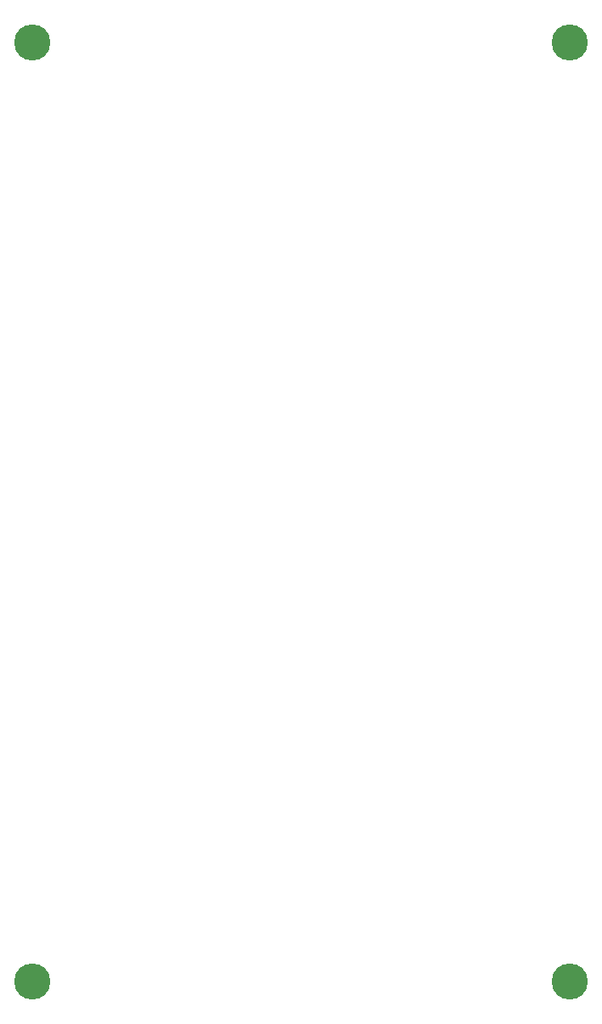
<source format=gts>
G04 #@! TF.GenerationSoftware,KiCad,Pcbnew,(2017-07-25 revision 161045f)-master*
G04 #@! TF.CreationDate,2017-07-26T13:36:44+03:00*
G04 #@! TF.ProjectId,patch_1x5,70617463685F3178352E6B696361645F,rev?*
G04 #@! TF.SameCoordinates,Original*
G04 #@! TF.FileFunction,Soldermask,Top*
G04 #@! TF.FilePolarity,Negative*
%FSLAX46Y46*%
G04 Gerber Fmt 4.6, Leading zero omitted, Abs format (unit mm)*
G04 Created by KiCad (PCBNEW (2017-07-25 revision 161045f)-master) date Wed Jul 26 13:36:44 2017*
%MOMM*%
%LPD*%
G01*
G04 APERTURE LIST*
%ADD10C,3.600000*%
G04 APERTURE END LIST*
D10*
X154600000Y-155200000D03*
X101000000Y-155200000D03*
X101000000Y-61600000D03*
X154600000Y-61600000D03*
M02*

</source>
